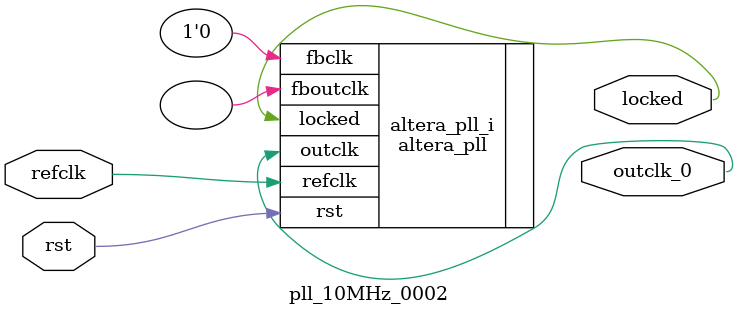
<source format=v>
`timescale 1ns/10ps
module  pll_10MHz_0002(

	// interface 'refclk'
	input wire refclk,

	// interface 'reset'
	input wire rst,

	// interface 'outclk0'
	output wire outclk_0,

	// interface 'locked'
	output wire locked
);

	altera_pll #(
		.fractional_vco_multiplier("false"),
		.reference_clock_frequency("50.0 MHz"),
		.operation_mode("direct"),
		.number_of_clocks(1),
		.output_clock_frequency0("10.000000 MHz"),
		.phase_shift0("0 ps"),
		.duty_cycle0(50),
		.output_clock_frequency1("0 MHz"),
		.phase_shift1("0 ps"),
		.duty_cycle1(50),
		.output_clock_frequency2("0 MHz"),
		.phase_shift2("0 ps"),
		.duty_cycle2(50),
		.output_clock_frequency3("0 MHz"),
		.phase_shift3("0 ps"),
		.duty_cycle3(50),
		.output_clock_frequency4("0 MHz"),
		.phase_shift4("0 ps"),
		.duty_cycle4(50),
		.output_clock_frequency5("0 MHz"),
		.phase_shift5("0 ps"),
		.duty_cycle5(50),
		.output_clock_frequency6("0 MHz"),
		.phase_shift6("0 ps"),
		.duty_cycle6(50),
		.output_clock_frequency7("0 MHz"),
		.phase_shift7("0 ps"),
		.duty_cycle7(50),
		.output_clock_frequency8("0 MHz"),
		.phase_shift8("0 ps"),
		.duty_cycle8(50),
		.output_clock_frequency9("0 MHz"),
		.phase_shift9("0 ps"),
		.duty_cycle9(50),
		.output_clock_frequency10("0 MHz"),
		.phase_shift10("0 ps"),
		.duty_cycle10(50),
		.output_clock_frequency11("0 MHz"),
		.phase_shift11("0 ps"),
		.duty_cycle11(50),
		.output_clock_frequency12("0 MHz"),
		.phase_shift12("0 ps"),
		.duty_cycle12(50),
		.output_clock_frequency13("0 MHz"),
		.phase_shift13("0 ps"),
		.duty_cycle13(50),
		.output_clock_frequency14("0 MHz"),
		.phase_shift14("0 ps"),
		.duty_cycle14(50),
		.output_clock_frequency15("0 MHz"),
		.phase_shift15("0 ps"),
		.duty_cycle15(50),
		.output_clock_frequency16("0 MHz"),
		.phase_shift16("0 ps"),
		.duty_cycle16(50),
		.output_clock_frequency17("0 MHz"),
		.phase_shift17("0 ps"),
		.duty_cycle17(50),
		.pll_type("General"),
		.pll_subtype("General")
	) altera_pll_i (
		.rst	(rst),
		.outclk	({outclk_0}),
		.locked	(locked),
		.fboutclk	( ),
		.fbclk	(1'b0),
		.refclk	(refclk)
	);
endmodule


</source>
